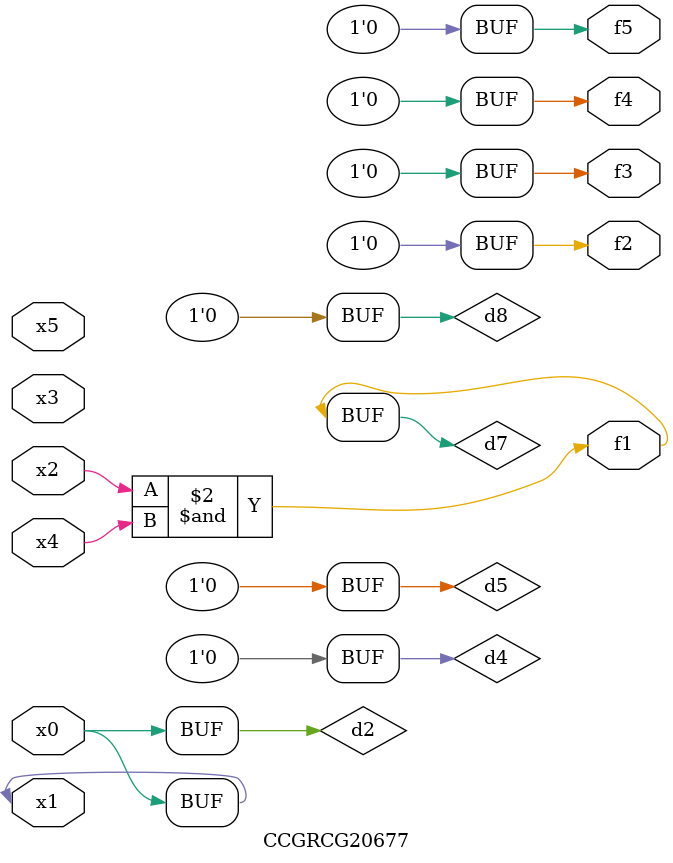
<source format=v>
module CCGRCG20677(
	input x0, x1, x2, x3, x4, x5,
	output f1, f2, f3, f4, f5
);

	wire d1, d2, d3, d4, d5, d6, d7, d8, d9;

	nand (d1, x1);
	buf (d2, x0, x1);
	nand (d3, x2, x4);
	and (d4, d1, d2);
	and (d5, d1, d2);
	nand (d6, d1, d3);
	not (d7, d3);
	xor (d8, d5);
	nor (d9, d5, d6);
	assign f1 = d7;
	assign f2 = d8;
	assign f3 = d8;
	assign f4 = d8;
	assign f5 = d8;
endmodule

</source>
